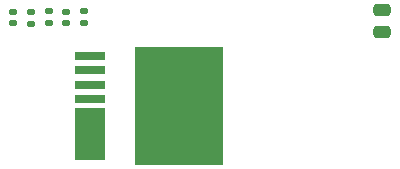
<source format=gbr>
%TF.GenerationSoftware,KiCad,Pcbnew,(6.0.8)*%
%TF.CreationDate,2023-11-01T20:00:16+01:00*%
%TF.ProjectId,BTS50005-1LUA_TestBoard,42545335-3030-4303-952d-314c55415f54,rev?*%
%TF.SameCoordinates,Original*%
%TF.FileFunction,Paste,Top*%
%TF.FilePolarity,Positive*%
%FSLAX46Y46*%
G04 Gerber Fmt 4.6, Leading zero omitted, Abs format (unit mm)*
G04 Created by KiCad (PCBNEW (6.0.8)) date 2023-11-01 20:00:16*
%MOMM*%
%LPD*%
G01*
G04 APERTURE LIST*
G04 Aperture macros list*
%AMRoundRect*
0 Rectangle with rounded corners*
0 $1 Rounding radius*
0 $2 $3 $4 $5 $6 $7 $8 $9 X,Y pos of 4 corners*
0 Add a 4 corners polygon primitive as box body*
4,1,4,$2,$3,$4,$5,$6,$7,$8,$9,$2,$3,0*
0 Add four circle primitives for the rounded corners*
1,1,$1+$1,$2,$3*
1,1,$1+$1,$4,$5*
1,1,$1+$1,$6,$7*
1,1,$1+$1,$8,$9*
0 Add four rect primitives between the rounded corners*
20,1,$1+$1,$2,$3,$4,$5,0*
20,1,$1+$1,$4,$5,$6,$7,0*
20,1,$1+$1,$6,$7,$8,$9,0*
20,1,$1+$1,$8,$9,$2,$3,0*%
G04 Aperture macros list end*
%ADD10RoundRect,0.135000X0.185000X-0.135000X0.185000X0.135000X-0.185000X0.135000X-0.185000X-0.135000X0*%
%ADD11RoundRect,0.135000X-0.185000X0.135000X-0.185000X-0.135000X0.185000X-0.135000X0.185000X0.135000X0*%
%ADD12RoundRect,0.140000X-0.170000X0.140000X-0.170000X-0.140000X0.170000X-0.140000X0.170000X0.140000X0*%
%ADD13RoundRect,0.250000X0.475000X-0.250000X0.475000X0.250000X-0.475000X0.250000X-0.475000X-0.250000X0*%
%ADD14R,2.600000X0.800000*%
%ADD15R,2.600000X4.400000*%
%ADD16R,7.410000X10.000000*%
G04 APERTURE END LIST*
D10*
%TO.C,R1*%
X113000000Y-35500000D03*
X113000000Y-34480000D03*
%TD*%
D11*
%TO.C,R2*%
X116000000Y-34480000D03*
X116000000Y-35500000D03*
%TD*%
D12*
%TO.C,C2*%
X110000000Y-34540000D03*
X110000000Y-35500000D03*
%TD*%
D13*
%TO.C,C3*%
X141200000Y-36250000D03*
X141200000Y-34350000D03*
%TD*%
D12*
%TO.C,C1*%
X114500000Y-34510000D03*
X114500000Y-35470000D03*
%TD*%
D10*
%TO.C,R3*%
X111500000Y-35550000D03*
X111500000Y-34530000D03*
%TD*%
D14*
%TO.C,Q1*%
X116465000Y-38300000D03*
X116465000Y-39500000D03*
X116465000Y-40700000D03*
X116465000Y-41900000D03*
D15*
X116465000Y-44900000D03*
D16*
X124000000Y-42500000D03*
%TD*%
M02*

</source>
